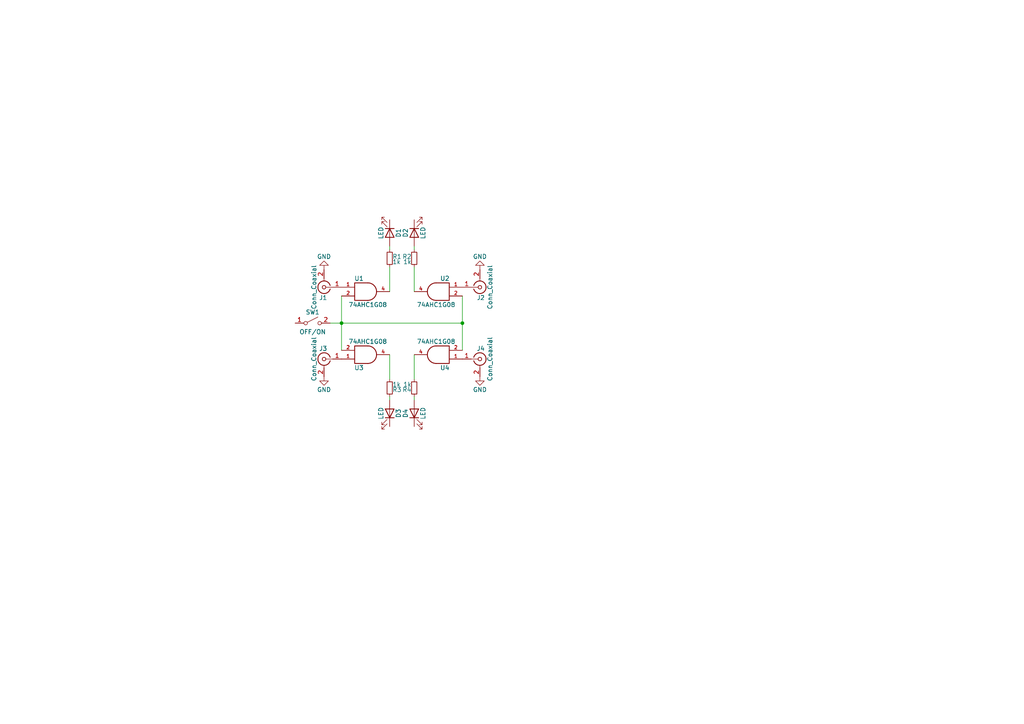
<source format=kicad_sch>
(kicad_sch (version 20211123) (generator eeschema)
  (paper "A4")
  (title_block (title "main") (date "2022-08-20") (rev "0"))
  (lib_symbols
    (symbol "74xGxx:74AHC1G08" (pin_names (offset 1.016))
      (property "Reference" "U" (at -2.54 3.81 0))
      (property "Value" "74AHC1G08" (at 0 -3.81 0))
      (symbol "74AHC1G08_0_1"
        (arc (start 0 -2.54) (mid 2.54 0) (end 0 2.54) (stroke (width 0.254)))
        (polyline (pts (xy 0 -2.54) (xy -3.81 -2.54) (xy -3.81 2.54) (xy 0 2.54)) (stroke (width 0.254)))
      )
      (symbol "74AHC1G08_1_1"
        (pin input line (at -7.62 1.27 0) (length 3.81) (name "~") (number "1"))
        (pin input line (at -7.62 -1.27 0) (length 3.81) (name "~") (number "2"))
        (pin power_in line (at 0 -2.54 270) (length 0) hide (name "GND") (number "3"))
        (pin output line (at 6.35 0 180) (length 3.81) (name "~") (number "4"))
        (pin power_in line (at 0 2.54 90) (length 0) hide (name "VCC") (number "5"))
      )
    )
    (symbol "Connector:Conn_Coaxial" (pin_names (offset 1.016) hide)
      (property "Reference" "J" (at 0.254 3.048 0))
      (property "Value" "Conn_Coaxial" (at 2.921 0 90))
      (symbol "Conn_Coaxial_0_1"
        (arc (start -1.778 -0.508) (mid 0.2311 -1.8066) (end 1.778 0) (stroke (width 0.254)))
        (polyline (pts (xy -2.54 0) (xy -0.508 0)))
        (polyline (pts (xy 0 -2.54) (xy 0 -1.778)))
        (circle (center 0 0) (radius 0.508) (stroke (width 0.2032)))
        (arc (start 1.778 0) (mid 0.2099 1.8101) (end -1.778 0.508) (stroke (width 0.254)))
      )
      (symbol "Conn_Coaxial_1_1"
        (pin passive line (at -5.08 0 0) (length 2.54) (name "In") (number "1"))
        (pin passive line (at 0 -5.08 90) (length 2.54) (name "Ext") (number "2"))
      )
    )
    (symbol "Device:LED" (pin_numbers hide) (pin_names (offset 1.016) hide)
      (property "Reference" "D" (at 0 2.54 0))
      (property "Value" "LED" (at 0 -2.54 0))
      (symbol "LED_0_1"
        (polyline (pts (xy -1.27 -1.27) (xy -1.27 1.27)) (stroke (width 0.254)))
        (polyline (pts (xy -1.27 0) (xy 1.27 0)))
        (polyline (pts (xy 1.27 -1.27) (xy 1.27 1.27) (xy -1.27 0) (xy 1.27 -1.27)) (stroke (width 0.254)))
        (polyline (pts (xy -3.048 -0.762) (xy -4.572 -2.286) (xy -3.81 -2.286) (xy -4.572 -2.286) (xy -4.572 -1.524)))
        (polyline (pts (xy -1.778 -0.762) (xy -3.302 -2.286) (xy -2.54 -2.286) (xy -3.302 -2.286) (xy -3.302 -1.524)))
      )
      (symbol "LED_1_1"
        (pin passive line (at -3.81 0 0) (length 2.54) (name "K") (number "1"))
        (pin passive line (at 3.81 0 180) (length 2.54) (name "A") (number "2"))
      )
    )
    (symbol "Device:R_Small" (pin_numbers hide) (pin_names (offset 0.254) hide)
      (property "Reference" "R" (at 0.762 0.508 0))
      (property "Value" "R_Small" (at 0.762 -1.016 0))
      (symbol "R_Small_0_1"
        (rectangle (start -0.762 1.778) (end 0.762 -1.778) (stroke (width 0.2032)))
      )
      (symbol "R_Small_1_1"
        (pin passive line (at 0 2.54 270) (length 0.762) (name "~") (number "1"))
        (pin passive line (at 0 -2.54 90) (length 0.762) (name "~") (number "2"))
      )
    )
    (symbol "Switch:SW_SPST" (pin_names (offset 0) hide)
      (property "Reference" "SW" (at 0 3.175 0))
      (property "Value" "SW_SPST" (at 0 -2.54 0))
      (symbol "SW_SPST_0_0"
        (circle (center -2.032 0) (radius 0.508))
        (polyline (pts (xy -1.524 0.254) (xy 1.524 1.778)))
        (circle (center 2.032 0) (radius 0.508))
      )
      (symbol "SW_SPST_1_1"
        (pin passive line (at -5.08 0 0) (length 2.54) (name "A") (number "1"))
        (pin passive line (at 5.08 0 180) (length 2.54) (name "B") (number "2"))
      )
    )
    (symbol "power:GND" (power) (pin_names (offset 0))
      (property "Value" "GND" (at 0 -3.81 0))
      (symbol "GND_0_1"
        (polyline (pts (xy 0 0) (xy 0 -1.27) (xy 1.27 -1.27) (xy 0 -2.54) (xy -1.27 -1.27) (xy 0 -1.27)))
      )
      (symbol "GND_1_1"
        (pin power_in line (at 0 0 270) (length 0) hide (name "GND") (number "1"))
      )
    )
  )
  (junction (at 99.06 93.726))
  (junction (at 134.112 93.726))
  (wire (pts (xy 99.06 101.6) (xy 99.06 93.726)))
  (wire (pts (xy 120.142 71.374) (xy 120.142 72.39)))
  (wire (pts (xy 113.03 77.47) (xy 113.03 84.582)))
  (wire (pts (xy 134.112 85.852) (xy 134.112 93.726)))
  (wire (pts (xy 95.758 93.726) (xy 99.06 93.726)))
  (wire (pts (xy 113.03 71.374) (xy 113.03 72.39)))
  (wire (pts (xy 113.03 116.078) (xy 113.03 115.062)))
  (wire (pts (xy 134.112 101.6) (xy 134.112 93.726)))
  (wire (pts (xy 120.142 116.078) (xy 120.142 115.062)))
  (wire (pts (xy 99.06 85.852) (xy 99.06 93.726)))
  (wire (pts (xy 120.142 77.47) (xy 120.142 84.582)))
  (wire (pts (xy 120.142 109.982) (xy 120.142 102.87)))
  (wire (pts (xy 113.03 109.982) (xy 113.03 102.87)))
  (wire (pts (xy 99.06 93.726) (xy 134.112 93.726)))
  (symbol (lib_id "Device:R_Small") (at 120.142 74.93 0) (mirror y) (unit 1)
    (property "Reference" "R2" (at 119.38 74.422 0) (effects (justify left)))
    (property "Value" "1k" (at 119.38 75.946 0) (effects (justify left)))
  )
  (symbol (lib_id "74xGxx:74AHC1G08") (at 126.492 84.582 0) (mirror y) (unit 1)
    (property "Reference" "U2" (at 129.032 80.772 0))
    (property "Value" "74AHC1G08" (at 126.492 88.392 0))
    (property "Datasheet" "http://www.ti.com/lit/sg/scyt129e/scyt129e.pdf" (effects hide))
  )
  (symbol (lib_id "Device:LED") (at 113.03 67.564 270) (unit 1)
    (property "Reference" "D1" (at 115.57 67.564 0))
    (property "Value" "LED" (at 110.49 67.564 0))
  )
  (symbol (lib_id "Connector:Conn_Coaxial") (at 139.192 104.14 0) (unit 1)
    (property "Reference" "J4" (at 139.446 101.092 0))
    (property "Value" "Conn_Coaxial" (at 142.113 104.14 90))
    (property "Datasheet" " ~" (effects hide))
  )
  (symbol (lib_id "Device:LED") (at 113.03 119.888 270) (mirror x) (unit 1)
    (property "Reference" "D3" (at 115.57 119.888 0))
    (property "Value" "LED" (at 110.49 119.888 0))
  )
  (symbol (lib_id "Device:R_Small") (at 113.03 74.93 0) (unit 1)
    (property "Reference" "R1" (at 113.792 74.422 0) (effects (justify left)))
    (property "Value" "1k" (at 113.792 75.946 0) (effects (justify left)))
  )
  (symbol (lib_id "Device:LED") (at 120.142 67.564 90) (mirror x) (unit 1)
    (property "Reference" "D2" (at 117.602 67.564 0))
    (property "Value" "LED" (at 122.682 67.564 0))
  )
  (symbol (lib_id "Connector:Conn_Coaxial") (at 93.98 104.14 0) (mirror y) (unit 1)
    (property "Reference" "J3" (at 93.726 101.092 0))
    (property "Value" "Conn_Coaxial" (at 91.059 104.14 90))
    (property "Datasheet" " ~" (effects hide))
  )
  (symbol (lib_id "power:GND") (at 139.192 109.22 0) (unit 1)
    (property "Reference" "#PWR?" (effects hide))
    (property "Value" "GND" (at 139.192 113.03 0))
  )
  (symbol (lib_id "74xGxx:74AHC1G08") (at 126.492 102.87 180) (unit 1)
    (property "Reference" "U4" (at 129.032 106.68 0))
    (property "Value" "74AHC1G08" (at 126.492 99.06 0))
    (property "Datasheet" "http://www.ti.com/lit/sg/scyt129e/scyt129e.pdf" (effects hide))
  )
  (symbol (lib_id "Device:LED") (at 120.142 119.888 90) (unit 1)
    (property "Reference" "D4" (at 117.602 119.888 0))
    (property "Value" "LED" (at 122.682 119.888 0))
  )
  (symbol (lib_id "Device:R_Small") (at 113.03 112.522 0) (mirror x) (unit 1)
    (property "Reference" "R3" (at 113.792 113.03 0) (effects (justify left)))
    (property "Value" "1k" (at 113.792 111.506 0) (effects (justify left)))
  )
  (symbol (lib_id "Connector:Conn_Coaxial") (at 93.98 83.312 180) (unit 1)
    (property "Reference" "J1" (at 93.726 86.36 0))
    (property "Value" "Conn_Coaxial" (at 91.059 83.312 90))
    (property "Datasheet" " ~" (effects hide))
  )
  (symbol (lib_id "74xGxx:74AHC1G08") (at 106.68 102.87 0) (mirror x) (unit 1)
    (property "Reference" "U3" (at 104.14 106.68 0))
    (property "Value" "74AHC1G08" (at 106.68 99.06 0))
    (property "Datasheet" "http://www.ti.com/lit/sg/scyt129e/scyt129e.pdf" (effects hide))
  )
  (symbol (lib_id "Connector:Conn_Coaxial") (at 139.192 83.312 0) (mirror x) (unit 1)
    (property "Reference" "J2" (at 139.446 86.36 0))
    (property "Value" "Conn_Coaxial" (at 142.113 83.312 90))
    (property "Datasheet" " ~" (effects hide))
  )
  (symbol (lib_id "Switch:SW_SPST") (at 90.678 93.726 0) (unit 1)
    (property "Reference" "SW1" (at 90.678 90.551 0))
    (property "Value" "OFF/ON" (at 90.678 96.266 0))
  )
  (symbol (lib_id "power:GND") (at 93.98 78.232 180) (unit 1)
    (property "Reference" "#PWR?" (effects hide))
    (property "Value" "GND" (at 93.98 74.422 0))
  )
  (symbol (lib_id "power:GND") (at 93.98 109.22 0) (mirror y) (unit 1)
    (property "Reference" "#PWR?" (effects hide))
    (property "Value" "GND" (at 93.98 113.03 0))
  )
  (symbol (lib_id "Device:R_Small") (at 120.142 112.522 180) (unit 1)
    (property "Reference" "R4" (at 119.38 113.03 0) (effects (justify left)))
    (property "Value" "1k" (at 119.38 111.506 0) (effects (justify left)))
  )
  (symbol (lib_id "power:GND") (at 139.192 78.232 0) (mirror x) (unit 1)
    (property "Reference" "#PWR?" (effects hide))
    (property "Value" "GND" (at 139.192 74.422 0))
  )
  (symbol (lib_id "74xGxx:74AHC1G08") (at 106.68 84.582 0) (unit 1)
    (property "Reference" "U1" (at 104.14 80.772 0))
    (property "Value" "74AHC1G08" (at 106.68 88.392 0))
    (property "Datasheet" "http://www.ti.com/lit/sg/scyt129e/scyt129e.pdf" (effects hide))
  )
)
</source>
